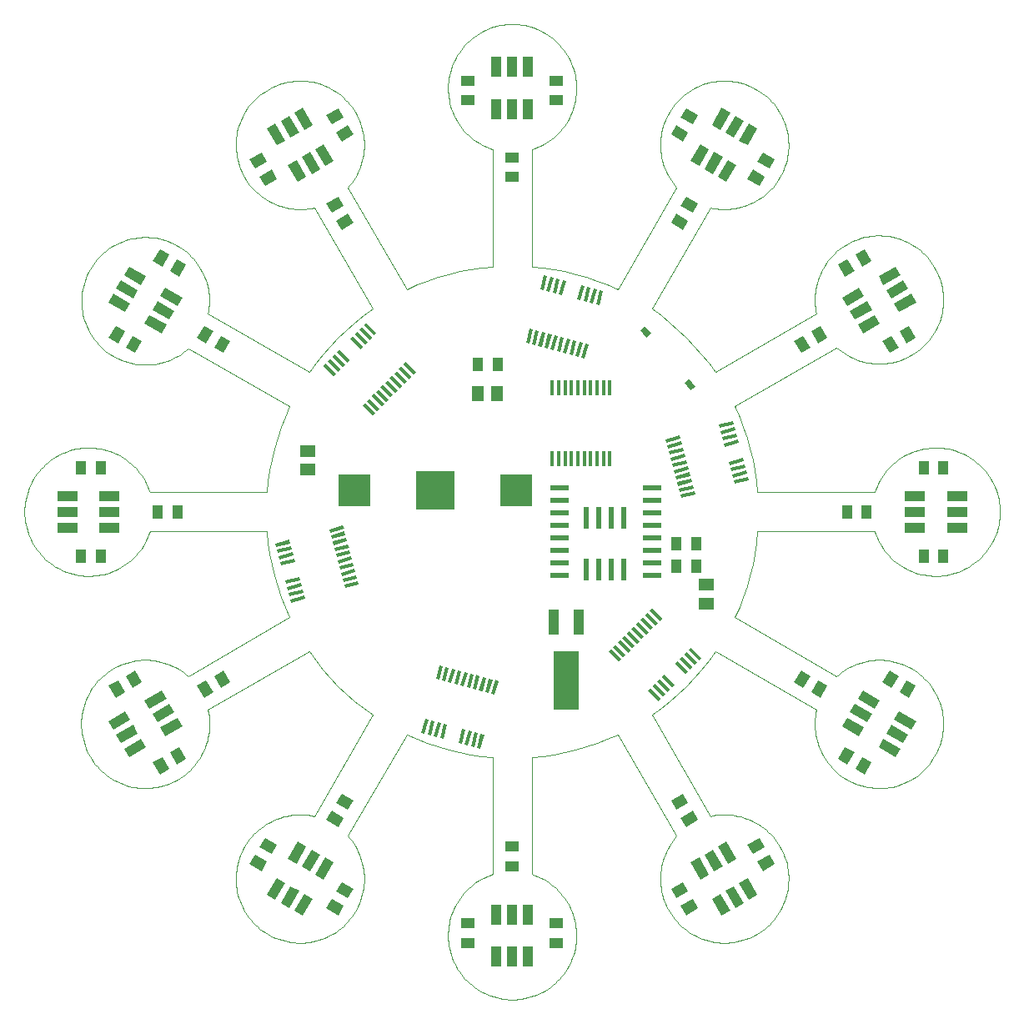
<source format=gbp>
G75*
G70*
%OFA0B0*%
%FSLAX24Y24*%
%IPPOS*%
%LPD*%
%AMOC8*
5,1,8,0,0,1.08239X$1,22.5*
%
%ADD10C,0.0010*%
%ADD11R,0.0394X0.0787*%
%ADD12R,0.0787X0.0394*%
%ADD13R,0.0580X0.0140*%
%ADD14R,0.0551X0.0433*%
%ADD15R,0.0433X0.0551*%
%ADD16R,0.0157X0.0591*%
%ADD17R,0.0240X0.0870*%
%ADD18R,0.0984X0.2362*%
%ADD19R,0.0394X0.0984*%
%ADD20R,0.1535X0.1535*%
%ADD21R,0.1260X0.1260*%
%ADD22R,0.0780X0.0210*%
%ADD23R,0.0591X0.0512*%
%ADD24R,0.0512X0.0591*%
%ADD25R,0.0394X0.0236*%
D10*
X007661Y011913D02*
X007686Y011790D01*
X007705Y011666D01*
X007717Y011541D01*
X007724Y011416D01*
X007724Y011291D01*
X007719Y011166D01*
X007707Y011041D01*
X007689Y010917D01*
X007666Y010794D01*
X007636Y010673D01*
X007600Y010553D01*
X007559Y010434D01*
X007511Y010318D01*
X007458Y010205D01*
X007400Y010094D01*
X007336Y009986D01*
X007268Y009881D01*
X007194Y009780D01*
X007115Y009683D01*
X007032Y009589D01*
X006944Y009500D01*
X006852Y009415D01*
X006755Y009335D01*
X006655Y009259D01*
X006552Y009189D01*
X006445Y009124D01*
X006335Y009064D01*
X006222Y009009D01*
X006107Y008960D01*
X005990Y008917D01*
X005870Y008879D01*
X005749Y008847D01*
X005626Y008822D01*
X005503Y008802D01*
X005378Y008788D01*
X005253Y008781D01*
X005128Y008779D01*
X005003Y008784D01*
X004878Y008795D01*
X004754Y008812D01*
X004630Y008834D01*
X004509Y008863D01*
X004388Y008898D01*
X004270Y008939D01*
X004153Y008985D01*
X004039Y009037D01*
X003928Y009095D01*
X003820Y009158D01*
X003715Y009226D01*
X003613Y009299D01*
X003515Y009377D01*
X003421Y009460D01*
X003331Y009547D01*
X003246Y009639D01*
X003165Y009734D01*
X003088Y009834D01*
X003017Y009937D01*
X002951Y010043D01*
X002890Y010152D01*
X002835Y010265D01*
X002785Y010380D01*
X002741Y010497D01*
X002702Y010616D01*
X002670Y010737D01*
X002643Y010860D01*
X002622Y010983D01*
X002608Y011107D01*
X002599Y011232D01*
X002597Y011358D01*
X002601Y011483D01*
X002611Y011608D01*
X002627Y011732D01*
X002649Y011855D01*
X002677Y011977D01*
X002711Y012098D01*
X002750Y012217D01*
X002796Y012333D01*
X002847Y012448D01*
X002904Y012560D01*
X002966Y012668D01*
X003033Y012774D01*
X003106Y012876D01*
X003183Y012975D01*
X003265Y013069D01*
X003352Y013160D01*
X003443Y013246D01*
X003538Y013328D01*
X003637Y013405D01*
X003739Y013477D01*
X003845Y013544D01*
X003954Y013605D01*
X004066Y013661D01*
X004181Y013712D01*
X004297Y013757D01*
X004416Y013796D01*
X004537Y013830D01*
X004659Y013857D01*
X004783Y013879D01*
X004907Y013894D01*
X005032Y013904D01*
X005157Y013907D01*
X005282Y013904D01*
X005407Y013895D01*
X005532Y013880D01*
X005655Y013859D01*
X005777Y013832D01*
X005898Y013799D01*
X006017Y013760D01*
X006134Y013715D01*
X006249Y013665D01*
X006361Y013609D01*
X006470Y013547D01*
X006576Y013481D01*
X006679Y013409D01*
X006778Y013333D01*
X006874Y013251D01*
X006873Y013251D02*
X010929Y015614D01*
X011716Y014236D02*
X007661Y011913D01*
X011913Y007661D02*
X014236Y011716D01*
X015614Y010929D02*
X013251Y006873D01*
X013251Y006874D02*
X013333Y006778D01*
X013409Y006679D01*
X013481Y006576D01*
X013547Y006470D01*
X013609Y006361D01*
X013665Y006249D01*
X013715Y006134D01*
X013760Y006017D01*
X013799Y005898D01*
X013832Y005777D01*
X013859Y005655D01*
X013880Y005532D01*
X013895Y005407D01*
X013904Y005282D01*
X013907Y005157D01*
X013904Y005032D01*
X013894Y004907D01*
X013879Y004783D01*
X013857Y004659D01*
X013830Y004537D01*
X013796Y004416D01*
X013757Y004297D01*
X013712Y004181D01*
X013661Y004066D01*
X013605Y003954D01*
X013544Y003845D01*
X013477Y003739D01*
X013405Y003637D01*
X013328Y003538D01*
X013246Y003443D01*
X013160Y003352D01*
X013069Y003265D01*
X012975Y003183D01*
X012876Y003106D01*
X012774Y003033D01*
X012668Y002966D01*
X012560Y002904D01*
X012448Y002847D01*
X012333Y002796D01*
X012217Y002750D01*
X012098Y002711D01*
X011977Y002677D01*
X011855Y002649D01*
X011732Y002627D01*
X011608Y002611D01*
X011483Y002601D01*
X011358Y002597D01*
X011232Y002599D01*
X011107Y002608D01*
X010983Y002622D01*
X010860Y002643D01*
X010737Y002670D01*
X010616Y002702D01*
X010497Y002741D01*
X010380Y002785D01*
X010265Y002835D01*
X010152Y002890D01*
X010043Y002951D01*
X009937Y003017D01*
X009834Y003088D01*
X009734Y003165D01*
X009639Y003246D01*
X009547Y003331D01*
X009460Y003421D01*
X009377Y003515D01*
X009299Y003613D01*
X009226Y003715D01*
X009158Y003820D01*
X009095Y003928D01*
X009037Y004039D01*
X008985Y004153D01*
X008939Y004270D01*
X008898Y004388D01*
X008863Y004509D01*
X008834Y004630D01*
X008812Y004754D01*
X008795Y004878D01*
X008784Y005003D01*
X008779Y005128D01*
X008781Y005253D01*
X008788Y005378D01*
X008802Y005503D01*
X008822Y005626D01*
X008847Y005749D01*
X008879Y005870D01*
X008917Y005990D01*
X008960Y006107D01*
X009009Y006222D01*
X009064Y006335D01*
X009124Y006445D01*
X009189Y006552D01*
X009259Y006655D01*
X009335Y006755D01*
X009415Y006852D01*
X009500Y006944D01*
X009589Y007032D01*
X009683Y007115D01*
X009780Y007194D01*
X009881Y007268D01*
X009986Y007336D01*
X010094Y007400D01*
X010205Y007458D01*
X010318Y007511D01*
X010434Y007559D01*
X010553Y007600D01*
X010673Y007636D01*
X010794Y007666D01*
X010917Y007689D01*
X011041Y007707D01*
X011166Y007719D01*
X011291Y007724D01*
X011416Y007724D01*
X011541Y007717D01*
X011666Y007705D01*
X011790Y007686D01*
X011913Y007661D01*
X019039Y005338D02*
X019039Y010023D01*
X020614Y010023D02*
X020614Y005338D01*
X020613Y005338D02*
X020732Y005297D01*
X020848Y005250D01*
X020961Y005197D01*
X021072Y005139D01*
X021180Y005076D01*
X021284Y005007D01*
X021386Y004933D01*
X021483Y004855D01*
X021576Y004772D01*
X021666Y004684D01*
X021751Y004592D01*
X021831Y004497D01*
X021907Y004397D01*
X021977Y004294D01*
X022043Y004187D01*
X022103Y004077D01*
X022158Y003965D01*
X022207Y003850D01*
X022251Y003733D01*
X022289Y003613D01*
X022321Y003492D01*
X022347Y003370D01*
X022367Y003247D01*
X022381Y003122D01*
X022389Y002997D01*
X022391Y002872D01*
X022387Y002747D01*
X022376Y002622D01*
X022360Y002498D01*
X022337Y002375D01*
X022309Y002253D01*
X022275Y002133D01*
X022234Y002015D01*
X022189Y001898D01*
X022137Y001784D01*
X022080Y001673D01*
X022018Y001564D01*
X021950Y001459D01*
X021877Y001357D01*
X021800Y001259D01*
X021718Y001165D01*
X021631Y001075D01*
X021540Y000989D01*
X021445Y000907D01*
X021346Y000831D01*
X021243Y000759D01*
X021137Y000693D01*
X021028Y000631D01*
X020916Y000575D01*
X020802Y000525D01*
X020685Y000480D01*
X020566Y000441D01*
X020445Y000408D01*
X020323Y000381D01*
X020200Y000359D01*
X020076Y000344D01*
X019951Y000335D01*
X019826Y000332D01*
X019701Y000335D01*
X019576Y000344D01*
X019452Y000359D01*
X019329Y000381D01*
X019207Y000408D01*
X019086Y000441D01*
X018967Y000480D01*
X018850Y000525D01*
X018736Y000575D01*
X018624Y000631D01*
X018515Y000693D01*
X018409Y000759D01*
X018306Y000831D01*
X018207Y000907D01*
X018112Y000989D01*
X018021Y001075D01*
X017934Y001165D01*
X017852Y001259D01*
X017775Y001357D01*
X017702Y001459D01*
X017634Y001564D01*
X017572Y001673D01*
X017515Y001784D01*
X017463Y001898D01*
X017418Y002015D01*
X017377Y002133D01*
X017343Y002253D01*
X017315Y002375D01*
X017292Y002498D01*
X017276Y002622D01*
X017265Y002747D01*
X017261Y002872D01*
X017263Y002997D01*
X017271Y003122D01*
X017285Y003247D01*
X017305Y003370D01*
X017331Y003492D01*
X017363Y003613D01*
X017401Y003733D01*
X017445Y003850D01*
X017494Y003965D01*
X017549Y004077D01*
X017609Y004187D01*
X017675Y004294D01*
X017745Y004397D01*
X017821Y004497D01*
X017901Y004592D01*
X017986Y004684D01*
X018076Y004772D01*
X018169Y004855D01*
X018266Y004933D01*
X018368Y005007D01*
X018472Y005076D01*
X018580Y005139D01*
X018691Y005197D01*
X018804Y005250D01*
X018920Y005297D01*
X019039Y005338D01*
X024039Y010929D02*
X026401Y006873D01*
X027740Y007661D02*
X025417Y011716D01*
X027936Y014236D02*
X031991Y011913D01*
X032779Y013251D02*
X028724Y015614D01*
X029629Y019039D02*
X034314Y019039D01*
X034314Y020614D02*
X029629Y020614D01*
X028724Y024039D02*
X032779Y026401D01*
X031991Y027740D02*
X027936Y025417D01*
X025417Y027936D02*
X027740Y031991D01*
X026401Y032779D02*
X024039Y028724D01*
X020614Y029629D02*
X020614Y034314D01*
X019039Y034314D02*
X019039Y029629D01*
X015614Y028724D02*
X013251Y032779D01*
X011913Y031991D02*
X014236Y027936D01*
X011716Y025417D02*
X007661Y027740D01*
X006873Y026362D02*
X010929Y024039D01*
X010023Y020614D02*
X005338Y020614D01*
X005338Y019039D02*
X010023Y019039D01*
X005338Y019039D02*
X005297Y018920D01*
X005250Y018804D01*
X005197Y018691D01*
X005139Y018580D01*
X005076Y018472D01*
X005007Y018368D01*
X004933Y018266D01*
X004855Y018169D01*
X004772Y018076D01*
X004684Y017986D01*
X004592Y017901D01*
X004497Y017821D01*
X004397Y017745D01*
X004294Y017675D01*
X004187Y017609D01*
X004077Y017549D01*
X003965Y017494D01*
X003850Y017445D01*
X003733Y017401D01*
X003613Y017363D01*
X003492Y017331D01*
X003370Y017305D01*
X003247Y017285D01*
X003122Y017271D01*
X002997Y017263D01*
X002872Y017261D01*
X002747Y017265D01*
X002622Y017276D01*
X002498Y017292D01*
X002375Y017315D01*
X002253Y017343D01*
X002133Y017377D01*
X002015Y017418D01*
X001898Y017463D01*
X001784Y017515D01*
X001673Y017572D01*
X001564Y017634D01*
X001459Y017702D01*
X001357Y017775D01*
X001259Y017852D01*
X001165Y017934D01*
X001075Y018021D01*
X000989Y018112D01*
X000907Y018207D01*
X000831Y018306D01*
X000759Y018409D01*
X000693Y018515D01*
X000631Y018624D01*
X000575Y018736D01*
X000525Y018850D01*
X000480Y018967D01*
X000441Y019086D01*
X000408Y019207D01*
X000381Y019329D01*
X000359Y019452D01*
X000344Y019576D01*
X000335Y019701D01*
X000332Y019826D01*
X000335Y019951D01*
X000344Y020076D01*
X000359Y020200D01*
X000381Y020323D01*
X000408Y020445D01*
X000441Y020566D01*
X000480Y020685D01*
X000525Y020802D01*
X000575Y020916D01*
X000631Y021028D01*
X000693Y021137D01*
X000759Y021243D01*
X000831Y021346D01*
X000907Y021445D01*
X000989Y021540D01*
X001075Y021631D01*
X001165Y021718D01*
X001259Y021800D01*
X001357Y021877D01*
X001459Y021950D01*
X001564Y022018D01*
X001673Y022080D01*
X001784Y022137D01*
X001898Y022189D01*
X002015Y022234D01*
X002133Y022275D01*
X002253Y022309D01*
X002375Y022337D01*
X002498Y022360D01*
X002622Y022376D01*
X002747Y022387D01*
X002872Y022391D01*
X002997Y022389D01*
X003122Y022381D01*
X003247Y022367D01*
X003370Y022347D01*
X003492Y022321D01*
X003613Y022289D01*
X003733Y022251D01*
X003850Y022207D01*
X003965Y022158D01*
X004077Y022103D01*
X004187Y022043D01*
X004294Y021977D01*
X004397Y021907D01*
X004497Y021831D01*
X004592Y021751D01*
X004684Y021666D01*
X004772Y021576D01*
X004855Y021483D01*
X004933Y021386D01*
X005007Y021284D01*
X005076Y021180D01*
X005139Y021072D01*
X005197Y020961D01*
X005250Y020848D01*
X005297Y020732D01*
X005338Y020613D01*
X006873Y026362D02*
X006779Y026281D01*
X006681Y026204D01*
X006580Y026133D01*
X006475Y026066D01*
X006366Y026005D01*
X006255Y025949D01*
X006142Y025898D01*
X006026Y025853D01*
X005908Y025814D01*
X005788Y025780D01*
X005667Y025753D01*
X005545Y025731D01*
X005421Y025715D01*
X005298Y025706D01*
X005173Y025702D01*
X005049Y025704D01*
X004925Y025713D01*
X004801Y025727D01*
X004679Y025748D01*
X004557Y025774D01*
X004437Y025807D01*
X004319Y025845D01*
X004203Y025889D01*
X004089Y025938D01*
X003977Y025993D01*
X003869Y026053D01*
X003763Y026119D01*
X003661Y026190D01*
X003562Y026265D01*
X003467Y026345D01*
X003376Y026430D01*
X003289Y026519D01*
X003207Y026612D01*
X003129Y026710D01*
X003057Y026810D01*
X002989Y026914D01*
X002926Y027022D01*
X002869Y027132D01*
X002817Y027245D01*
X002771Y027360D01*
X002730Y027478D01*
X002695Y027597D01*
X002666Y027718D01*
X002643Y027840D01*
X002626Y027963D01*
X002614Y028087D01*
X002609Y028211D01*
X002610Y028336D01*
X002617Y028460D01*
X002630Y028583D01*
X002649Y028706D01*
X002674Y028828D01*
X002705Y028948D01*
X002742Y029067D01*
X002784Y029184D01*
X002833Y029299D01*
X002886Y029411D01*
X002945Y029520D01*
X003010Y029627D01*
X003079Y029730D01*
X003153Y029829D01*
X003232Y029925D01*
X003316Y030017D01*
X003404Y030105D01*
X003496Y030188D01*
X003592Y030267D01*
X003692Y030341D01*
X003796Y030410D01*
X003902Y030474D01*
X004012Y030533D01*
X004124Y030586D01*
X004239Y030634D01*
X004356Y030676D01*
X004475Y030712D01*
X004595Y030743D01*
X004717Y030767D01*
X004840Y030786D01*
X004964Y030798D01*
X005088Y030805D01*
X005212Y030805D01*
X005336Y030800D01*
X005460Y030788D01*
X005583Y030771D01*
X005705Y030747D01*
X005826Y030718D01*
X005945Y030683D01*
X006063Y030641D01*
X006178Y030595D01*
X006291Y030542D01*
X006401Y030485D01*
X006508Y030422D01*
X006612Y030354D01*
X006712Y030280D01*
X006809Y030202D01*
X006902Y030120D01*
X006991Y030033D01*
X007075Y029942D01*
X007155Y029846D01*
X007230Y029747D01*
X007301Y029645D01*
X007366Y029539D01*
X007426Y029430D01*
X007480Y029319D01*
X007529Y029204D01*
X007573Y029088D01*
X007611Y028969D01*
X007643Y028849D01*
X007669Y028728D01*
X007689Y028605D01*
X007703Y028482D01*
X007711Y028357D01*
X007713Y028233D01*
X007709Y028109D01*
X007699Y027985D01*
X007683Y027862D01*
X007661Y027739D01*
X011913Y031991D02*
X011790Y031966D01*
X011666Y031947D01*
X011541Y031935D01*
X011416Y031928D01*
X011291Y031928D01*
X011166Y031933D01*
X011041Y031945D01*
X010917Y031963D01*
X010794Y031986D01*
X010673Y032016D01*
X010553Y032052D01*
X010434Y032093D01*
X010318Y032141D01*
X010205Y032194D01*
X010094Y032252D01*
X009986Y032316D01*
X009881Y032384D01*
X009780Y032458D01*
X009683Y032537D01*
X009589Y032620D01*
X009500Y032708D01*
X009415Y032800D01*
X009335Y032897D01*
X009259Y032997D01*
X009189Y033100D01*
X009124Y033207D01*
X009064Y033317D01*
X009009Y033430D01*
X008960Y033545D01*
X008917Y033662D01*
X008879Y033782D01*
X008847Y033903D01*
X008822Y034026D01*
X008802Y034149D01*
X008788Y034274D01*
X008781Y034399D01*
X008779Y034524D01*
X008784Y034649D01*
X008795Y034774D01*
X008812Y034898D01*
X008834Y035022D01*
X008863Y035143D01*
X008898Y035264D01*
X008939Y035382D01*
X008985Y035499D01*
X009037Y035613D01*
X009095Y035724D01*
X009158Y035832D01*
X009226Y035937D01*
X009299Y036039D01*
X009377Y036137D01*
X009460Y036231D01*
X009547Y036321D01*
X009639Y036406D01*
X009734Y036487D01*
X009834Y036564D01*
X009937Y036635D01*
X010043Y036701D01*
X010152Y036762D01*
X010265Y036817D01*
X010380Y036867D01*
X010497Y036911D01*
X010616Y036950D01*
X010737Y036982D01*
X010860Y037009D01*
X010983Y037030D01*
X011107Y037044D01*
X011232Y037053D01*
X011358Y037055D01*
X011483Y037051D01*
X011608Y037041D01*
X011732Y037025D01*
X011855Y037003D01*
X011977Y036975D01*
X012098Y036941D01*
X012217Y036902D01*
X012333Y036856D01*
X012448Y036805D01*
X012560Y036748D01*
X012668Y036686D01*
X012774Y036619D01*
X012876Y036546D01*
X012975Y036469D01*
X013069Y036387D01*
X013160Y036300D01*
X013246Y036209D01*
X013328Y036114D01*
X013405Y036015D01*
X013477Y035913D01*
X013544Y035807D01*
X013605Y035698D01*
X013661Y035586D01*
X013712Y035471D01*
X013757Y035355D01*
X013796Y035236D01*
X013830Y035115D01*
X013857Y034993D01*
X013879Y034869D01*
X013894Y034745D01*
X013904Y034620D01*
X013907Y034495D01*
X013904Y034370D01*
X013895Y034245D01*
X013880Y034120D01*
X013859Y033997D01*
X013832Y033875D01*
X013799Y033754D01*
X013760Y033635D01*
X013715Y033518D01*
X013665Y033403D01*
X013609Y033291D01*
X013547Y033182D01*
X013481Y033076D01*
X013409Y032973D01*
X013333Y032874D01*
X013251Y032778D01*
X019039Y034314D02*
X018920Y034355D01*
X018804Y034402D01*
X018691Y034455D01*
X018580Y034513D01*
X018472Y034576D01*
X018368Y034645D01*
X018266Y034719D01*
X018169Y034797D01*
X018076Y034880D01*
X017986Y034968D01*
X017901Y035060D01*
X017821Y035155D01*
X017745Y035255D01*
X017675Y035358D01*
X017609Y035465D01*
X017549Y035575D01*
X017494Y035687D01*
X017445Y035802D01*
X017401Y035919D01*
X017363Y036039D01*
X017331Y036160D01*
X017305Y036282D01*
X017285Y036405D01*
X017271Y036530D01*
X017263Y036655D01*
X017261Y036780D01*
X017265Y036905D01*
X017276Y037030D01*
X017292Y037154D01*
X017315Y037277D01*
X017343Y037399D01*
X017377Y037519D01*
X017418Y037637D01*
X017463Y037754D01*
X017515Y037868D01*
X017572Y037979D01*
X017634Y038088D01*
X017702Y038193D01*
X017775Y038295D01*
X017852Y038393D01*
X017934Y038487D01*
X018021Y038577D01*
X018112Y038663D01*
X018207Y038745D01*
X018306Y038821D01*
X018409Y038893D01*
X018515Y038959D01*
X018624Y039021D01*
X018736Y039077D01*
X018850Y039127D01*
X018967Y039172D01*
X019086Y039211D01*
X019207Y039244D01*
X019329Y039271D01*
X019452Y039293D01*
X019576Y039308D01*
X019701Y039317D01*
X019826Y039320D01*
X019951Y039317D01*
X020076Y039308D01*
X020200Y039293D01*
X020323Y039271D01*
X020445Y039244D01*
X020566Y039211D01*
X020685Y039172D01*
X020802Y039127D01*
X020916Y039077D01*
X021028Y039021D01*
X021137Y038959D01*
X021243Y038893D01*
X021346Y038821D01*
X021445Y038745D01*
X021540Y038663D01*
X021631Y038577D01*
X021718Y038487D01*
X021800Y038393D01*
X021877Y038295D01*
X021950Y038193D01*
X022018Y038088D01*
X022080Y037979D01*
X022137Y037868D01*
X022189Y037754D01*
X022234Y037637D01*
X022275Y037519D01*
X022309Y037399D01*
X022337Y037277D01*
X022360Y037154D01*
X022376Y037030D01*
X022387Y036905D01*
X022391Y036780D01*
X022389Y036655D01*
X022381Y036530D01*
X022367Y036405D01*
X022347Y036282D01*
X022321Y036160D01*
X022289Y036039D01*
X022251Y035919D01*
X022207Y035802D01*
X022158Y035687D01*
X022103Y035575D01*
X022043Y035465D01*
X021977Y035358D01*
X021907Y035255D01*
X021831Y035155D01*
X021751Y035060D01*
X021666Y034968D01*
X021576Y034880D01*
X021483Y034797D01*
X021386Y034719D01*
X021284Y034645D01*
X021180Y034576D01*
X021072Y034513D01*
X020961Y034455D01*
X020848Y034402D01*
X020732Y034355D01*
X020613Y034314D01*
X026401Y032778D02*
X026319Y032874D01*
X026243Y032973D01*
X026171Y033076D01*
X026105Y033182D01*
X026043Y033291D01*
X025987Y033403D01*
X025937Y033518D01*
X025892Y033635D01*
X025853Y033754D01*
X025820Y033875D01*
X025793Y033997D01*
X025772Y034120D01*
X025757Y034245D01*
X025748Y034370D01*
X025745Y034495D01*
X025748Y034620D01*
X025758Y034745D01*
X025773Y034869D01*
X025795Y034993D01*
X025822Y035115D01*
X025856Y035236D01*
X025895Y035355D01*
X025940Y035471D01*
X025991Y035586D01*
X026047Y035698D01*
X026108Y035807D01*
X026175Y035913D01*
X026247Y036015D01*
X026324Y036114D01*
X026406Y036209D01*
X026492Y036300D01*
X026583Y036387D01*
X026677Y036469D01*
X026776Y036546D01*
X026878Y036619D01*
X026984Y036686D01*
X027092Y036748D01*
X027204Y036805D01*
X027319Y036856D01*
X027435Y036902D01*
X027554Y036941D01*
X027675Y036975D01*
X027797Y037003D01*
X027920Y037025D01*
X028044Y037041D01*
X028169Y037051D01*
X028294Y037055D01*
X028420Y037053D01*
X028545Y037044D01*
X028669Y037030D01*
X028792Y037009D01*
X028915Y036982D01*
X029036Y036950D01*
X029155Y036911D01*
X029272Y036867D01*
X029387Y036817D01*
X029500Y036762D01*
X029609Y036701D01*
X029715Y036635D01*
X029818Y036564D01*
X029918Y036487D01*
X030013Y036406D01*
X030105Y036321D01*
X030192Y036231D01*
X030275Y036137D01*
X030353Y036039D01*
X030426Y035937D01*
X030494Y035832D01*
X030557Y035724D01*
X030615Y035613D01*
X030667Y035499D01*
X030713Y035382D01*
X030754Y035264D01*
X030789Y035143D01*
X030818Y035022D01*
X030840Y034898D01*
X030857Y034774D01*
X030868Y034649D01*
X030873Y034524D01*
X030871Y034399D01*
X030864Y034274D01*
X030850Y034149D01*
X030830Y034026D01*
X030805Y033903D01*
X030773Y033782D01*
X030735Y033662D01*
X030692Y033545D01*
X030643Y033430D01*
X030588Y033317D01*
X030528Y033207D01*
X030463Y033100D01*
X030393Y032997D01*
X030317Y032897D01*
X030237Y032800D01*
X030152Y032708D01*
X030063Y032620D01*
X029969Y032537D01*
X029872Y032458D01*
X029771Y032384D01*
X029666Y032316D01*
X029558Y032252D01*
X029447Y032194D01*
X029334Y032141D01*
X029218Y032093D01*
X029099Y032052D01*
X028979Y032016D01*
X028858Y031986D01*
X028735Y031963D01*
X028611Y031945D01*
X028486Y031933D01*
X028361Y031928D01*
X028236Y031928D01*
X028111Y031935D01*
X027986Y031947D01*
X027862Y031966D01*
X027739Y031991D01*
X031991Y027739D02*
X031966Y027862D01*
X031947Y027986D01*
X031935Y028111D01*
X031928Y028236D01*
X031928Y028361D01*
X031933Y028486D01*
X031945Y028611D01*
X031963Y028735D01*
X031986Y028858D01*
X032016Y028979D01*
X032052Y029099D01*
X032093Y029218D01*
X032141Y029334D01*
X032194Y029447D01*
X032252Y029558D01*
X032316Y029666D01*
X032384Y029771D01*
X032458Y029872D01*
X032537Y029969D01*
X032620Y030063D01*
X032708Y030152D01*
X032800Y030237D01*
X032897Y030317D01*
X032997Y030393D01*
X033100Y030463D01*
X033207Y030528D01*
X033317Y030588D01*
X033430Y030643D01*
X033545Y030692D01*
X033662Y030735D01*
X033782Y030773D01*
X033903Y030805D01*
X034026Y030830D01*
X034149Y030850D01*
X034274Y030864D01*
X034399Y030871D01*
X034524Y030873D01*
X034649Y030868D01*
X034774Y030857D01*
X034898Y030840D01*
X035022Y030818D01*
X035143Y030789D01*
X035264Y030754D01*
X035382Y030713D01*
X035499Y030667D01*
X035613Y030615D01*
X035724Y030557D01*
X035832Y030494D01*
X035937Y030426D01*
X036039Y030353D01*
X036137Y030275D01*
X036231Y030192D01*
X036321Y030105D01*
X036406Y030013D01*
X036487Y029918D01*
X036564Y029818D01*
X036635Y029715D01*
X036701Y029609D01*
X036762Y029500D01*
X036817Y029387D01*
X036867Y029272D01*
X036911Y029155D01*
X036950Y029036D01*
X036982Y028915D01*
X037009Y028792D01*
X037030Y028669D01*
X037044Y028545D01*
X037053Y028420D01*
X037055Y028294D01*
X037051Y028169D01*
X037041Y028044D01*
X037025Y027920D01*
X037003Y027797D01*
X036975Y027675D01*
X036941Y027554D01*
X036902Y027435D01*
X036856Y027319D01*
X036805Y027204D01*
X036748Y027092D01*
X036686Y026984D01*
X036619Y026878D01*
X036546Y026776D01*
X036469Y026677D01*
X036387Y026583D01*
X036300Y026492D01*
X036209Y026406D01*
X036114Y026324D01*
X036015Y026247D01*
X035913Y026175D01*
X035807Y026108D01*
X035698Y026047D01*
X035586Y025991D01*
X035471Y025940D01*
X035355Y025895D01*
X035236Y025856D01*
X035115Y025822D01*
X034993Y025795D01*
X034869Y025773D01*
X034745Y025758D01*
X034620Y025748D01*
X034495Y025745D01*
X034370Y025748D01*
X034245Y025757D01*
X034120Y025772D01*
X033997Y025793D01*
X033875Y025820D01*
X033754Y025853D01*
X033635Y025892D01*
X033518Y025937D01*
X033403Y025987D01*
X033291Y026043D01*
X033182Y026105D01*
X033076Y026171D01*
X032973Y026243D01*
X032874Y026319D01*
X032778Y026401D01*
X034314Y020613D02*
X034355Y020732D01*
X034402Y020848D01*
X034455Y020961D01*
X034513Y021072D01*
X034576Y021180D01*
X034645Y021284D01*
X034719Y021386D01*
X034797Y021483D01*
X034880Y021576D01*
X034968Y021666D01*
X035060Y021751D01*
X035155Y021831D01*
X035255Y021907D01*
X035358Y021977D01*
X035465Y022043D01*
X035575Y022103D01*
X035687Y022158D01*
X035802Y022207D01*
X035919Y022251D01*
X036039Y022289D01*
X036160Y022321D01*
X036282Y022347D01*
X036405Y022367D01*
X036530Y022381D01*
X036655Y022389D01*
X036780Y022391D01*
X036905Y022387D01*
X037030Y022376D01*
X037154Y022360D01*
X037277Y022337D01*
X037399Y022309D01*
X037519Y022275D01*
X037637Y022234D01*
X037754Y022189D01*
X037868Y022137D01*
X037979Y022080D01*
X038088Y022018D01*
X038193Y021950D01*
X038295Y021877D01*
X038393Y021800D01*
X038487Y021718D01*
X038577Y021631D01*
X038663Y021540D01*
X038745Y021445D01*
X038821Y021346D01*
X038893Y021243D01*
X038959Y021137D01*
X039021Y021028D01*
X039077Y020916D01*
X039127Y020802D01*
X039172Y020685D01*
X039211Y020566D01*
X039244Y020445D01*
X039271Y020323D01*
X039293Y020200D01*
X039308Y020076D01*
X039317Y019951D01*
X039320Y019826D01*
X039317Y019701D01*
X039308Y019576D01*
X039293Y019452D01*
X039271Y019329D01*
X039244Y019207D01*
X039211Y019086D01*
X039172Y018967D01*
X039127Y018850D01*
X039077Y018736D01*
X039021Y018624D01*
X038959Y018515D01*
X038893Y018409D01*
X038821Y018306D01*
X038745Y018207D01*
X038663Y018112D01*
X038577Y018021D01*
X038487Y017934D01*
X038393Y017852D01*
X038295Y017775D01*
X038193Y017702D01*
X038088Y017634D01*
X037979Y017572D01*
X037868Y017515D01*
X037754Y017463D01*
X037637Y017418D01*
X037519Y017377D01*
X037399Y017343D01*
X037277Y017315D01*
X037154Y017292D01*
X037030Y017276D01*
X036905Y017265D01*
X036780Y017261D01*
X036655Y017263D01*
X036530Y017271D01*
X036405Y017285D01*
X036282Y017305D01*
X036160Y017331D01*
X036039Y017363D01*
X035919Y017401D01*
X035802Y017445D01*
X035687Y017494D01*
X035575Y017549D01*
X035465Y017609D01*
X035358Y017675D01*
X035255Y017745D01*
X035155Y017821D01*
X035060Y017901D01*
X034968Y017986D01*
X034880Y018076D01*
X034797Y018169D01*
X034719Y018266D01*
X034645Y018368D01*
X034576Y018472D01*
X034513Y018580D01*
X034455Y018691D01*
X034402Y018804D01*
X034355Y018920D01*
X034314Y019039D01*
X032778Y013251D02*
X032874Y013333D01*
X032973Y013409D01*
X033076Y013481D01*
X033182Y013547D01*
X033291Y013609D01*
X033403Y013665D01*
X033518Y013715D01*
X033635Y013760D01*
X033754Y013799D01*
X033875Y013832D01*
X033997Y013859D01*
X034120Y013880D01*
X034245Y013895D01*
X034370Y013904D01*
X034495Y013907D01*
X034620Y013904D01*
X034745Y013894D01*
X034869Y013879D01*
X034993Y013857D01*
X035115Y013830D01*
X035236Y013796D01*
X035355Y013757D01*
X035471Y013712D01*
X035586Y013661D01*
X035698Y013605D01*
X035807Y013544D01*
X035913Y013477D01*
X036015Y013405D01*
X036114Y013328D01*
X036209Y013246D01*
X036300Y013160D01*
X036387Y013069D01*
X036469Y012975D01*
X036546Y012876D01*
X036619Y012774D01*
X036686Y012668D01*
X036748Y012560D01*
X036805Y012448D01*
X036856Y012333D01*
X036902Y012217D01*
X036941Y012098D01*
X036975Y011977D01*
X037003Y011855D01*
X037025Y011732D01*
X037041Y011608D01*
X037051Y011483D01*
X037055Y011358D01*
X037053Y011232D01*
X037044Y011107D01*
X037030Y010983D01*
X037009Y010860D01*
X036982Y010737D01*
X036950Y010616D01*
X036911Y010497D01*
X036867Y010380D01*
X036817Y010265D01*
X036762Y010152D01*
X036701Y010043D01*
X036635Y009937D01*
X036564Y009834D01*
X036487Y009734D01*
X036406Y009639D01*
X036321Y009547D01*
X036231Y009460D01*
X036137Y009377D01*
X036039Y009299D01*
X035937Y009226D01*
X035832Y009158D01*
X035724Y009095D01*
X035613Y009037D01*
X035499Y008985D01*
X035382Y008939D01*
X035264Y008898D01*
X035143Y008863D01*
X035022Y008834D01*
X034898Y008812D01*
X034774Y008795D01*
X034649Y008784D01*
X034524Y008779D01*
X034399Y008781D01*
X034274Y008788D01*
X034149Y008802D01*
X034026Y008822D01*
X033903Y008847D01*
X033782Y008879D01*
X033662Y008917D01*
X033545Y008960D01*
X033430Y009009D01*
X033317Y009064D01*
X033207Y009124D01*
X033100Y009189D01*
X032997Y009259D01*
X032897Y009335D01*
X032800Y009415D01*
X032708Y009500D01*
X032620Y009589D01*
X032537Y009683D01*
X032458Y009780D01*
X032384Y009881D01*
X032316Y009986D01*
X032252Y010094D01*
X032194Y010205D01*
X032141Y010318D01*
X032093Y010434D01*
X032052Y010553D01*
X032016Y010673D01*
X031986Y010794D01*
X031963Y010917D01*
X031945Y011041D01*
X031933Y011166D01*
X031928Y011291D01*
X031928Y011416D01*
X031935Y011541D01*
X031947Y011666D01*
X031966Y011790D01*
X031991Y011913D01*
X027739Y007661D02*
X027862Y007686D01*
X027986Y007705D01*
X028111Y007717D01*
X028236Y007724D01*
X028361Y007724D01*
X028486Y007719D01*
X028611Y007707D01*
X028735Y007689D01*
X028858Y007666D01*
X028979Y007636D01*
X029099Y007600D01*
X029218Y007559D01*
X029334Y007511D01*
X029447Y007458D01*
X029558Y007400D01*
X029666Y007336D01*
X029771Y007268D01*
X029872Y007194D01*
X029969Y007115D01*
X030063Y007032D01*
X030152Y006944D01*
X030237Y006852D01*
X030317Y006755D01*
X030393Y006655D01*
X030463Y006552D01*
X030528Y006445D01*
X030588Y006335D01*
X030643Y006222D01*
X030692Y006107D01*
X030735Y005990D01*
X030773Y005870D01*
X030805Y005749D01*
X030830Y005626D01*
X030850Y005503D01*
X030864Y005378D01*
X030871Y005253D01*
X030873Y005128D01*
X030868Y005003D01*
X030857Y004878D01*
X030840Y004754D01*
X030818Y004630D01*
X030789Y004509D01*
X030754Y004388D01*
X030713Y004270D01*
X030667Y004153D01*
X030615Y004039D01*
X030557Y003928D01*
X030494Y003820D01*
X030426Y003715D01*
X030353Y003613D01*
X030275Y003515D01*
X030192Y003421D01*
X030105Y003331D01*
X030013Y003246D01*
X029918Y003165D01*
X029818Y003088D01*
X029715Y003017D01*
X029609Y002951D01*
X029500Y002890D01*
X029387Y002835D01*
X029272Y002785D01*
X029155Y002741D01*
X029036Y002702D01*
X028915Y002670D01*
X028792Y002643D01*
X028669Y002622D01*
X028545Y002608D01*
X028420Y002599D01*
X028294Y002597D01*
X028169Y002601D01*
X028044Y002611D01*
X027920Y002627D01*
X027797Y002649D01*
X027675Y002677D01*
X027554Y002711D01*
X027435Y002750D01*
X027319Y002796D01*
X027204Y002847D01*
X027092Y002904D01*
X026984Y002966D01*
X026878Y003033D01*
X026776Y003106D01*
X026677Y003183D01*
X026583Y003265D01*
X026492Y003352D01*
X026406Y003443D01*
X026324Y003538D01*
X026247Y003637D01*
X026175Y003739D01*
X026108Y003845D01*
X026047Y003954D01*
X025991Y004066D01*
X025940Y004181D01*
X025895Y004297D01*
X025856Y004416D01*
X025822Y004537D01*
X025795Y004659D01*
X025773Y004783D01*
X025758Y004907D01*
X025748Y005032D01*
X025745Y005157D01*
X025748Y005282D01*
X025757Y005407D01*
X025772Y005532D01*
X025793Y005655D01*
X025820Y005777D01*
X025853Y005898D01*
X025892Y006017D01*
X025937Y006134D01*
X025987Y006249D01*
X026043Y006361D01*
X026105Y006470D01*
X026171Y006576D01*
X026243Y006679D01*
X026319Y006778D01*
X026401Y006874D01*
X028724Y015613D02*
X028904Y016020D01*
X029066Y016435D01*
X029209Y016857D01*
X029332Y017285D01*
X029436Y017718D01*
X029521Y018155D01*
X029585Y018596D01*
X029630Y019039D01*
X024039Y028724D02*
X023632Y028904D01*
X023217Y029066D01*
X022795Y029209D01*
X022367Y029332D01*
X021934Y029436D01*
X021497Y029521D01*
X021056Y029585D01*
X020613Y029630D01*
X028724Y024039D02*
X028904Y023632D01*
X029066Y023217D01*
X029209Y022795D01*
X029332Y022367D01*
X029436Y021934D01*
X029521Y021497D01*
X029585Y021056D01*
X029630Y020613D01*
X024039Y010928D02*
X023632Y010748D01*
X023217Y010586D01*
X022795Y010443D01*
X022367Y010320D01*
X021934Y010216D01*
X021497Y010131D01*
X021056Y010067D01*
X020613Y010022D01*
X010928Y015613D02*
X010748Y016020D01*
X010586Y016435D01*
X010443Y016857D01*
X010320Y017285D01*
X010216Y017718D01*
X010131Y018155D01*
X010067Y018596D01*
X010022Y019039D01*
X015613Y028724D02*
X016020Y028904D01*
X016435Y029066D01*
X016857Y029209D01*
X017285Y029332D01*
X017718Y029436D01*
X018155Y029521D01*
X018596Y029585D01*
X019039Y029630D01*
X010928Y024039D02*
X010748Y023632D01*
X010586Y023217D01*
X010443Y022795D01*
X010320Y022367D01*
X010216Y021934D01*
X010131Y021497D01*
X010067Y021056D01*
X010022Y020613D01*
X015613Y010928D02*
X016020Y010748D01*
X016435Y010586D01*
X016857Y010443D01*
X017285Y010320D01*
X017718Y010216D01*
X018155Y010131D01*
X018596Y010067D01*
X019039Y010022D01*
X025416Y011716D02*
X025779Y011979D01*
X026130Y012257D01*
X026467Y012552D01*
X026791Y012861D01*
X027100Y013185D01*
X027395Y013522D01*
X027673Y013873D01*
X027936Y014236D01*
X027936Y025416D02*
X027673Y025779D01*
X027395Y026130D01*
X027100Y026467D01*
X026791Y026791D01*
X026467Y027100D01*
X026130Y027395D01*
X025779Y027673D01*
X025416Y027936D01*
X011716Y014236D02*
X011979Y013873D01*
X012257Y013522D01*
X012552Y013185D01*
X012861Y012861D01*
X013185Y012552D01*
X013522Y012257D01*
X013873Y011979D01*
X014236Y011716D01*
X011716Y025416D02*
X011979Y025779D01*
X012257Y026130D01*
X012552Y026467D01*
X012861Y026791D01*
X013185Y027100D01*
X013522Y027395D01*
X013873Y027673D01*
X014236Y027936D01*
D11*
G36*
X011598Y033213D02*
X011256Y033016D01*
X010864Y033695D01*
X011206Y033892D01*
X011598Y033213D01*
G37*
G36*
X012144Y033527D02*
X011802Y033330D01*
X011410Y034009D01*
X011752Y034206D01*
X012144Y033527D01*
G37*
G36*
X012689Y033842D02*
X012347Y033645D01*
X011955Y034324D01*
X012297Y034521D01*
X012689Y033842D01*
G37*
G36*
X011849Y035297D02*
X011507Y035100D01*
X011115Y035779D01*
X011457Y035976D01*
X011849Y035297D01*
G37*
G36*
X011304Y034982D02*
X010962Y034785D01*
X010570Y035464D01*
X010912Y035661D01*
X011304Y034982D01*
G37*
G36*
X010758Y034667D02*
X010416Y034470D01*
X010024Y035149D01*
X010366Y035346D01*
X010758Y034667D01*
G37*
G36*
X006637Y028396D02*
X006440Y028054D01*
X005761Y028446D01*
X005958Y028788D01*
X006637Y028396D01*
G37*
G36*
X006322Y027851D02*
X006125Y027509D01*
X005446Y027901D01*
X005643Y028243D01*
X006322Y027851D01*
G37*
G36*
X006007Y027305D02*
X005810Y026963D01*
X005131Y027355D01*
X005328Y027697D01*
X006007Y027305D01*
G37*
G36*
X004867Y028691D02*
X004670Y028349D01*
X003991Y028741D01*
X004188Y029083D01*
X004867Y028691D01*
G37*
G36*
X005182Y029236D02*
X004985Y028894D01*
X004306Y029286D01*
X004503Y029628D01*
X005182Y029236D01*
G37*
G36*
X004552Y028145D02*
X004355Y027803D01*
X003676Y028195D01*
X003873Y028537D01*
X004552Y028145D01*
G37*
X019196Y035925D03*
X019826Y035925D03*
X020456Y035925D03*
X020456Y037605D03*
X019826Y037605D03*
X019196Y037605D03*
G36*
X027305Y033645D02*
X026963Y033842D01*
X027355Y034521D01*
X027697Y034324D01*
X027305Y033645D01*
G37*
G36*
X027851Y033330D02*
X027509Y033527D01*
X027901Y034206D01*
X028243Y034009D01*
X027851Y033330D01*
G37*
G36*
X028396Y033016D02*
X028054Y033213D01*
X028446Y033892D01*
X028788Y033695D01*
X028396Y033016D01*
G37*
G36*
X029236Y034470D02*
X028894Y034667D01*
X029286Y035346D01*
X029628Y035149D01*
X029236Y034470D01*
G37*
G36*
X028691Y034785D02*
X028349Y034982D01*
X028741Y035661D01*
X029083Y035464D01*
X028691Y034785D01*
G37*
G36*
X028145Y035100D02*
X027803Y035297D01*
X028195Y035976D01*
X028537Y035779D01*
X028145Y035100D01*
G37*
G36*
X033213Y028054D02*
X033016Y028396D01*
X033695Y028788D01*
X033892Y028446D01*
X033213Y028054D01*
G37*
G36*
X033528Y027509D02*
X033331Y027851D01*
X034010Y028243D01*
X034207Y027901D01*
X033528Y027509D01*
G37*
G36*
X033842Y026963D02*
X033645Y027305D01*
X034324Y027697D01*
X034521Y027355D01*
X033842Y026963D01*
G37*
G36*
X035297Y027803D02*
X035100Y028145D01*
X035779Y028537D01*
X035976Y028195D01*
X035297Y027803D01*
G37*
G36*
X034982Y028349D02*
X034785Y028691D01*
X035464Y029083D01*
X035661Y028741D01*
X034982Y028349D01*
G37*
G36*
X034667Y028894D02*
X034470Y029236D01*
X035149Y029628D01*
X035346Y029286D01*
X034667Y028894D01*
G37*
G36*
X033645Y012347D02*
X033842Y012689D01*
X034521Y012297D01*
X034324Y011955D01*
X033645Y012347D01*
G37*
G36*
X033331Y011802D02*
X033528Y012144D01*
X034207Y011752D01*
X034010Y011410D01*
X033331Y011802D01*
G37*
G36*
X033016Y011256D02*
X033213Y011598D01*
X033892Y011206D01*
X033695Y010864D01*
X033016Y011256D01*
G37*
G36*
X034470Y010416D02*
X034667Y010758D01*
X035346Y010366D01*
X035149Y010024D01*
X034470Y010416D01*
G37*
G36*
X034785Y010962D02*
X034982Y011304D01*
X035661Y010912D01*
X035464Y010570D01*
X034785Y010962D01*
G37*
G36*
X035100Y011507D02*
X035297Y011849D01*
X035976Y011457D01*
X035779Y011115D01*
X035100Y011507D01*
G37*
G36*
X028054Y006440D02*
X028396Y006637D01*
X028788Y005958D01*
X028446Y005761D01*
X028054Y006440D01*
G37*
G36*
X027509Y006125D02*
X027851Y006322D01*
X028243Y005643D01*
X027901Y005446D01*
X027509Y006125D01*
G37*
G36*
X026963Y005810D02*
X027305Y006007D01*
X027697Y005328D01*
X027355Y005131D01*
X026963Y005810D01*
G37*
G36*
X027803Y004355D02*
X028145Y004552D01*
X028537Y003873D01*
X028195Y003676D01*
X027803Y004355D01*
G37*
G36*
X028349Y004670D02*
X028691Y004867D01*
X029083Y004188D01*
X028741Y003991D01*
X028349Y004670D01*
G37*
G36*
X028894Y004985D02*
X029236Y005182D01*
X029628Y004503D01*
X029286Y004306D01*
X028894Y004985D01*
G37*
X020456Y003727D03*
X019826Y003727D03*
X019196Y003727D03*
X019196Y002047D03*
X019826Y002047D03*
X020456Y002047D03*
G36*
X012347Y006007D02*
X012689Y005810D01*
X012297Y005131D01*
X011955Y005328D01*
X012347Y006007D01*
G37*
G36*
X011802Y006322D02*
X012144Y006125D01*
X011752Y005446D01*
X011410Y005643D01*
X011802Y006322D01*
G37*
G36*
X011256Y006637D02*
X011598Y006440D01*
X011206Y005761D01*
X010864Y005958D01*
X011256Y006637D01*
G37*
G36*
X010416Y005182D02*
X010758Y004985D01*
X010366Y004306D01*
X010024Y004503D01*
X010416Y005182D01*
G37*
G36*
X010962Y004867D02*
X011304Y004670D01*
X010912Y003991D01*
X010570Y004188D01*
X010962Y004867D01*
G37*
G36*
X011507Y004552D02*
X011849Y004355D01*
X011457Y003676D01*
X011115Y003873D01*
X011507Y004552D01*
G37*
G36*
X006440Y011598D02*
X006637Y011256D01*
X005958Y010864D01*
X005761Y011206D01*
X006440Y011598D01*
G37*
G36*
X006125Y012144D02*
X006322Y011802D01*
X005643Y011410D01*
X005446Y011752D01*
X006125Y012144D01*
G37*
G36*
X005810Y012689D02*
X006007Y012347D01*
X005328Y011955D01*
X005131Y012297D01*
X005810Y012689D01*
G37*
G36*
X004355Y011849D02*
X004552Y011507D01*
X003873Y011115D01*
X003676Y011457D01*
X004355Y011849D01*
G37*
G36*
X004670Y011304D02*
X004867Y010962D01*
X004188Y010570D01*
X003991Y010912D01*
X004670Y011304D01*
G37*
G36*
X004985Y010758D02*
X005182Y010416D01*
X004503Y010024D01*
X004306Y010366D01*
X004985Y010758D01*
G37*
D12*
X003727Y019196D03*
X003727Y019826D03*
X003727Y020456D03*
X002047Y020456D03*
X002047Y019826D03*
X002047Y019196D03*
X035925Y019196D03*
X035925Y019826D03*
X035925Y020456D03*
X037605Y020456D03*
X037605Y019826D03*
X037605Y019196D03*
D13*
G36*
X029290Y021098D02*
X028730Y020949D01*
X028694Y021084D01*
X029254Y021233D01*
X029290Y021098D01*
G37*
G36*
X029225Y021340D02*
X028665Y021191D01*
X028629Y021326D01*
X029189Y021475D01*
X029225Y021340D01*
G37*
G36*
X029158Y021591D02*
X028598Y021442D01*
X028562Y021577D01*
X029122Y021726D01*
X029158Y021591D01*
G37*
G36*
X029091Y021842D02*
X028531Y021693D01*
X028495Y021828D01*
X029055Y021977D01*
X029091Y021842D01*
G37*
G36*
X028894Y022576D02*
X028334Y022427D01*
X028298Y022562D01*
X028858Y022711D01*
X028894Y022576D01*
G37*
G36*
X028827Y022828D02*
X028267Y022679D01*
X028231Y022814D01*
X028791Y022963D01*
X028827Y022828D01*
G37*
G36*
X028759Y023079D02*
X028199Y022930D01*
X028163Y023065D01*
X028723Y023214D01*
X028759Y023079D01*
G37*
G36*
X028695Y023320D02*
X028135Y023171D01*
X028099Y023306D01*
X028659Y023455D01*
X028695Y023320D01*
G37*
G36*
X026882Y021509D02*
X026322Y021360D01*
X026286Y021495D01*
X026846Y021644D01*
X026882Y021509D01*
G37*
G36*
X026946Y021268D02*
X026386Y021119D01*
X026350Y021254D01*
X026910Y021403D01*
X026946Y021268D01*
G37*
G36*
X027014Y021017D02*
X026454Y020868D01*
X026418Y021003D01*
X026978Y021152D01*
X027014Y021017D01*
G37*
G36*
X027081Y020765D02*
X026521Y020616D01*
X026485Y020751D01*
X027045Y020900D01*
X027081Y020765D01*
G37*
G36*
X027145Y020524D02*
X026585Y020375D01*
X026549Y020510D01*
X027109Y020659D01*
X027145Y020524D01*
G37*
G36*
X026814Y021760D02*
X026254Y021611D01*
X026218Y021746D01*
X026778Y021895D01*
X026814Y021760D01*
G37*
G36*
X026749Y022002D02*
X026189Y021853D01*
X026153Y021988D01*
X026713Y022137D01*
X026749Y022002D01*
G37*
G36*
X026682Y022253D02*
X026122Y022104D01*
X026086Y022239D01*
X026646Y022388D01*
X026682Y022253D01*
G37*
G36*
X026615Y022504D02*
X026055Y022355D01*
X026019Y022490D01*
X026579Y022639D01*
X026615Y022504D01*
G37*
G36*
X026550Y022746D02*
X025990Y022597D01*
X025954Y022732D01*
X026514Y022881D01*
X026550Y022746D01*
G37*
G36*
X022881Y026514D02*
X022732Y025954D01*
X022597Y025990D01*
X022746Y026550D01*
X022881Y026514D01*
G37*
G36*
X022639Y026579D02*
X022490Y026019D01*
X022355Y026055D01*
X022504Y026615D01*
X022639Y026579D01*
G37*
G36*
X022388Y026646D02*
X022239Y026086D01*
X022104Y026122D01*
X022253Y026682D01*
X022388Y026646D01*
G37*
G36*
X022137Y026713D02*
X021988Y026153D01*
X021853Y026189D01*
X022002Y026749D01*
X022137Y026713D01*
G37*
G36*
X021895Y026778D02*
X021746Y026218D01*
X021611Y026254D01*
X021760Y026814D01*
X021895Y026778D01*
G37*
G36*
X021644Y026845D02*
X021495Y026285D01*
X021360Y026321D01*
X021509Y026881D01*
X021644Y026845D01*
G37*
G36*
X021403Y026910D02*
X021254Y026350D01*
X021119Y026386D01*
X021268Y026946D01*
X021403Y026910D01*
G37*
G36*
X021152Y026977D02*
X021003Y026417D01*
X020868Y026453D01*
X021017Y027013D01*
X021152Y026977D01*
G37*
G36*
X020900Y027045D02*
X020751Y026485D01*
X020616Y026521D01*
X020765Y027081D01*
X020900Y027045D01*
G37*
G36*
X020659Y027109D02*
X020510Y026549D01*
X020375Y026585D01*
X020524Y027145D01*
X020659Y027109D01*
G37*
G36*
X021475Y029189D02*
X021326Y028629D01*
X021191Y028665D01*
X021340Y029225D01*
X021475Y029189D01*
G37*
G36*
X021726Y029122D02*
X021577Y028562D01*
X021442Y028598D01*
X021591Y029158D01*
X021726Y029122D01*
G37*
G36*
X021977Y029055D02*
X021828Y028495D01*
X021693Y028531D01*
X021842Y029091D01*
X021977Y029055D01*
G37*
G36*
X022711Y028858D02*
X022562Y028298D01*
X022427Y028334D01*
X022576Y028894D01*
X022711Y028858D01*
G37*
G36*
X022963Y028791D02*
X022814Y028231D01*
X022679Y028267D01*
X022828Y028827D01*
X022963Y028791D01*
G37*
G36*
X023214Y028723D02*
X023065Y028163D01*
X022930Y028199D01*
X023079Y028759D01*
X023214Y028723D01*
G37*
G36*
X023455Y028659D02*
X023306Y028099D01*
X023171Y028135D01*
X023320Y028695D01*
X023455Y028659D01*
G37*
G36*
X021234Y029254D02*
X021085Y028694D01*
X020950Y028730D01*
X021099Y029290D01*
X021234Y029254D01*
G37*
G36*
X015562Y025815D02*
X015971Y025406D01*
X015872Y025307D01*
X015463Y025716D01*
X015562Y025815D01*
G37*
G36*
X015385Y025639D02*
X015794Y025230D01*
X015695Y025131D01*
X015286Y025540D01*
X015385Y025639D01*
G37*
G36*
X015202Y025455D02*
X015611Y025046D01*
X015512Y024947D01*
X015103Y025356D01*
X015202Y025455D01*
G37*
G36*
X015018Y025271D02*
X015427Y024862D01*
X015328Y024763D01*
X014919Y025172D01*
X015018Y025271D01*
G37*
G36*
X014841Y025094D02*
X015250Y024685D01*
X015151Y024586D01*
X014742Y024995D01*
X014841Y025094D01*
G37*
G36*
X014657Y024910D02*
X015066Y024501D01*
X014967Y024402D01*
X014558Y024811D01*
X014657Y024910D01*
G37*
G36*
X014480Y024733D02*
X014889Y024324D01*
X014790Y024225D01*
X014381Y024634D01*
X014480Y024733D01*
G37*
G36*
X014297Y024550D02*
X014706Y024141D01*
X014607Y024042D01*
X014198Y024451D01*
X014297Y024550D01*
G37*
G36*
X014113Y024366D02*
X014522Y023957D01*
X014423Y023858D01*
X014014Y024267D01*
X014113Y024366D01*
G37*
G36*
X013936Y024189D02*
X014345Y023780D01*
X014246Y023681D01*
X013837Y024090D01*
X013936Y024189D01*
G37*
G36*
X012366Y025759D02*
X012775Y025350D01*
X012676Y025251D01*
X012267Y025660D01*
X012366Y025759D01*
G37*
G36*
X012543Y025936D02*
X012952Y025527D01*
X012853Y025428D01*
X012444Y025837D01*
X012543Y025936D01*
G37*
G36*
X012727Y026119D02*
X013136Y025710D01*
X013037Y025611D01*
X012628Y026020D01*
X012727Y026119D01*
G37*
G36*
X012911Y026303D02*
X013320Y025894D01*
X013221Y025795D01*
X012812Y026204D01*
X012911Y026303D01*
G37*
G36*
X013448Y026841D02*
X013857Y026432D01*
X013758Y026333D01*
X013349Y026742D01*
X013448Y026841D01*
G37*
G36*
X013632Y027025D02*
X014041Y026616D01*
X013942Y026517D01*
X013533Y026926D01*
X013632Y027025D01*
G37*
G36*
X013816Y027208D02*
X014225Y026799D01*
X014126Y026700D01*
X013717Y027109D01*
X013816Y027208D01*
G37*
G36*
X013992Y027385D02*
X014401Y026976D01*
X014302Y026877D01*
X013893Y027286D01*
X013992Y027385D01*
G37*
G36*
X012507Y019128D02*
X013067Y019277D01*
X013103Y019142D01*
X012543Y018993D01*
X012507Y019128D01*
G37*
G36*
X012572Y018887D02*
X013132Y019036D01*
X013168Y018901D01*
X012608Y018752D01*
X012572Y018887D01*
G37*
G36*
X012639Y018636D02*
X013199Y018785D01*
X013235Y018650D01*
X012675Y018501D01*
X012639Y018636D01*
G37*
G36*
X012706Y018385D02*
X013266Y018534D01*
X013302Y018399D01*
X012742Y018250D01*
X012706Y018385D01*
G37*
G36*
X012771Y018143D02*
X013331Y018292D01*
X013367Y018157D01*
X012807Y018008D01*
X012771Y018143D01*
G37*
G36*
X012838Y017892D02*
X013398Y018041D01*
X013434Y017906D01*
X012874Y017757D01*
X012838Y017892D01*
G37*
G36*
X012903Y017650D02*
X013463Y017799D01*
X013499Y017664D01*
X012939Y017515D01*
X012903Y017650D01*
G37*
G36*
X012970Y017399D02*
X013530Y017548D01*
X013566Y017413D01*
X013006Y017264D01*
X012970Y017399D01*
G37*
G36*
X013037Y017148D02*
X013597Y017297D01*
X013633Y017162D01*
X013073Y017013D01*
X013037Y017148D01*
G37*
G36*
X013102Y016907D02*
X013662Y017056D01*
X013698Y016921D01*
X013138Y016772D01*
X013102Y016907D01*
G37*
G36*
X010958Y016332D02*
X011518Y016481D01*
X011554Y016346D01*
X010994Y016197D01*
X010958Y016332D01*
G37*
G36*
X010893Y016574D02*
X011453Y016723D01*
X011489Y016588D01*
X010929Y016439D01*
X010893Y016574D01*
G37*
G36*
X010826Y016825D02*
X011386Y016974D01*
X011422Y016839D01*
X010862Y016690D01*
X010826Y016825D01*
G37*
G36*
X010758Y017076D02*
X011318Y017225D01*
X011354Y017090D01*
X010794Y016941D01*
X010758Y017076D01*
G37*
G36*
X010562Y017810D02*
X011122Y017959D01*
X011158Y017824D01*
X010598Y017675D01*
X010562Y017810D01*
G37*
G36*
X010494Y018061D02*
X011054Y018210D01*
X011090Y018075D01*
X010530Y017926D01*
X010494Y018061D01*
G37*
G36*
X010427Y018312D02*
X010987Y018461D01*
X011023Y018326D01*
X010463Y018177D01*
X010427Y018312D01*
G37*
G36*
X010362Y018554D02*
X010922Y018703D01*
X010958Y018568D01*
X010398Y018419D01*
X010362Y018554D01*
G37*
G36*
X016772Y013138D02*
X016921Y013698D01*
X017056Y013662D01*
X016907Y013102D01*
X016772Y013138D01*
G37*
G36*
X017013Y013073D02*
X017162Y013633D01*
X017297Y013597D01*
X017148Y013037D01*
X017013Y013073D01*
G37*
G36*
X017264Y013006D02*
X017413Y013566D01*
X017548Y013530D01*
X017399Y012970D01*
X017264Y013006D01*
G37*
G36*
X017516Y012939D02*
X017665Y013499D01*
X017800Y013463D01*
X017651Y012903D01*
X017516Y012939D01*
G37*
G36*
X017757Y012874D02*
X017906Y013434D01*
X018041Y013398D01*
X017892Y012838D01*
X017757Y012874D01*
G37*
G36*
X018008Y012807D02*
X018157Y013367D01*
X018292Y013331D01*
X018143Y012771D01*
X018008Y012807D01*
G37*
G36*
X018250Y012742D02*
X018399Y013302D01*
X018534Y013266D01*
X018385Y012706D01*
X018250Y012742D01*
G37*
G36*
X018501Y012675D02*
X018650Y013235D01*
X018785Y013199D01*
X018636Y012639D01*
X018501Y012675D01*
G37*
G36*
X018752Y012607D02*
X018901Y013167D01*
X019036Y013131D01*
X018887Y012571D01*
X018752Y012607D01*
G37*
G36*
X018993Y012543D02*
X019142Y013103D01*
X019277Y013067D01*
X019128Y012507D01*
X018993Y012543D01*
G37*
G36*
X018177Y010463D02*
X018326Y011023D01*
X018461Y010987D01*
X018312Y010427D01*
X018177Y010463D01*
G37*
G36*
X017926Y010530D02*
X018075Y011090D01*
X018210Y011054D01*
X018061Y010494D01*
X017926Y010530D01*
G37*
G36*
X017675Y010598D02*
X017824Y011158D01*
X017959Y011122D01*
X017810Y010562D01*
X017675Y010598D01*
G37*
G36*
X016941Y010794D02*
X017090Y011354D01*
X017225Y011318D01*
X017076Y010758D01*
X016941Y010794D01*
G37*
G36*
X016690Y010862D02*
X016839Y011422D01*
X016974Y011386D01*
X016825Y010826D01*
X016690Y010862D01*
G37*
G36*
X016439Y010929D02*
X016588Y011489D01*
X016723Y011453D01*
X016574Y010893D01*
X016439Y010929D01*
G37*
G36*
X016197Y010994D02*
X016346Y011554D01*
X016481Y011518D01*
X016332Y010958D01*
X016197Y010994D01*
G37*
G36*
X018419Y010398D02*
X018568Y010958D01*
X018703Y010922D01*
X018554Y010362D01*
X018419Y010398D01*
G37*
G36*
X024090Y013837D02*
X023681Y014246D01*
X023780Y014345D01*
X024189Y013936D01*
X024090Y013837D01*
G37*
G36*
X024267Y014014D02*
X023858Y014423D01*
X023957Y014522D01*
X024366Y014113D01*
X024267Y014014D01*
G37*
G36*
X024451Y014197D02*
X024042Y014606D01*
X024141Y014705D01*
X024550Y014296D01*
X024451Y014197D01*
G37*
G36*
X024635Y014381D02*
X024226Y014790D01*
X024325Y014889D01*
X024734Y014480D01*
X024635Y014381D01*
G37*
G36*
X024811Y014558D02*
X024402Y014967D01*
X024501Y015066D01*
X024910Y014657D01*
X024811Y014558D01*
G37*
G36*
X024995Y014742D02*
X024586Y015151D01*
X024685Y015250D01*
X025094Y014841D01*
X024995Y014742D01*
G37*
G36*
X025172Y014919D02*
X024763Y015328D01*
X024862Y015427D01*
X025271Y015018D01*
X025172Y014919D01*
G37*
G36*
X025356Y015103D02*
X024947Y015512D01*
X025046Y015611D01*
X025455Y015202D01*
X025356Y015103D01*
G37*
G36*
X025540Y015286D02*
X025131Y015695D01*
X025230Y015794D01*
X025639Y015385D01*
X025540Y015286D01*
G37*
G36*
X025716Y015463D02*
X025307Y015872D01*
X025406Y015971D01*
X025815Y015562D01*
X025716Y015463D01*
G37*
G36*
X027109Y013717D02*
X026700Y014126D01*
X026799Y014225D01*
X027208Y013816D01*
X027109Y013717D01*
G37*
G36*
X026926Y013533D02*
X026517Y013942D01*
X026616Y014041D01*
X027025Y013632D01*
X026926Y013533D01*
G37*
G36*
X026742Y013349D02*
X026333Y013758D01*
X026432Y013857D01*
X026841Y013448D01*
X026742Y013349D01*
G37*
G36*
X026204Y012812D02*
X025795Y013221D01*
X025894Y013320D01*
X026303Y012911D01*
X026204Y012812D01*
G37*
G36*
X026020Y012628D02*
X025611Y013037D01*
X025710Y013136D01*
X026119Y012727D01*
X026020Y012628D01*
G37*
G36*
X025837Y012444D02*
X025428Y012853D01*
X025527Y012952D01*
X025936Y012543D01*
X025837Y012444D01*
G37*
G36*
X025660Y012267D02*
X025251Y012676D01*
X025350Y012775D01*
X025759Y012366D01*
X025660Y012267D01*
G37*
G36*
X027286Y013893D02*
X026877Y014302D01*
X026976Y014401D01*
X027385Y013992D01*
X027286Y013893D01*
G37*
D14*
X019826Y006440D03*
X019826Y005653D03*
X018056Y003384D03*
X018056Y002596D03*
X021596Y002596D03*
X021596Y003384D03*
X019826Y033212D03*
X019826Y033999D03*
X018056Y036269D03*
X018056Y037056D03*
X021596Y037056D03*
X021596Y036269D03*
D15*
G36*
X005465Y009809D02*
X005838Y010025D01*
X006113Y009549D01*
X005740Y009333D01*
X005465Y009809D01*
G37*
G36*
X006147Y010202D02*
X006520Y010418D01*
X006795Y009942D01*
X006422Y009726D01*
X006147Y010202D01*
G37*
G36*
X007228Y012870D02*
X007601Y013086D01*
X007876Y012610D01*
X007503Y012394D01*
X007228Y012870D01*
G37*
G36*
X007910Y013263D02*
X008283Y013479D01*
X008558Y013003D01*
X008185Y012787D01*
X007910Y013263D01*
G37*
G36*
X004378Y013267D02*
X004751Y013483D01*
X005026Y013007D01*
X004653Y012791D01*
X004378Y013267D01*
G37*
G36*
X003696Y012873D02*
X004069Y013089D01*
X004344Y012613D01*
X003971Y012397D01*
X003696Y012873D01*
G37*
X003384Y018056D03*
X002596Y018056D03*
X005653Y019826D03*
X006440Y019826D03*
X003384Y021596D03*
X002596Y021596D03*
G36*
X004653Y026861D02*
X005026Y026645D01*
X004751Y026169D01*
X004378Y026385D01*
X004653Y026861D01*
G37*
G36*
X003971Y027255D02*
X004344Y027039D01*
X004069Y026563D01*
X003696Y026779D01*
X003971Y027255D01*
G37*
G36*
X006422Y029926D02*
X006795Y029710D01*
X006520Y029234D01*
X006147Y029450D01*
X006422Y029926D01*
G37*
G36*
X005740Y030320D02*
X006113Y030104D01*
X005838Y029628D01*
X005465Y029844D01*
X005740Y030320D01*
G37*
G36*
X007503Y027259D02*
X007876Y027043D01*
X007601Y026567D01*
X007228Y026783D01*
X007503Y027259D01*
G37*
G36*
X008185Y026865D02*
X008558Y026649D01*
X008283Y026173D01*
X007910Y026389D01*
X008185Y026865D01*
G37*
G36*
X013263Y031743D02*
X013479Y031370D01*
X013003Y031095D01*
X012787Y031468D01*
X013263Y031743D01*
G37*
G36*
X012870Y032425D02*
X013086Y032052D01*
X012610Y031777D01*
X012394Y032150D01*
X012870Y032425D01*
G37*
G36*
X013267Y035275D02*
X013483Y034902D01*
X013007Y034627D01*
X012791Y035000D01*
X013267Y035275D01*
G37*
G36*
X012873Y035956D02*
X013089Y035583D01*
X012613Y035308D01*
X012397Y035681D01*
X012873Y035956D01*
G37*
G36*
X010202Y033505D02*
X010418Y033132D01*
X009942Y032857D01*
X009726Y033230D01*
X010202Y033505D01*
G37*
G36*
X009809Y034187D02*
X010025Y033814D01*
X009549Y033539D01*
X009333Y033912D01*
X009809Y034187D01*
G37*
X018448Y025732D03*
X019236Y025732D03*
G36*
X026865Y031468D02*
X026649Y031095D01*
X026173Y031370D01*
X026389Y031743D01*
X026865Y031468D01*
G37*
G36*
X027259Y032150D02*
X027043Y031777D01*
X026567Y032052D01*
X026783Y032425D01*
X027259Y032150D01*
G37*
G36*
X029926Y033230D02*
X029710Y032857D01*
X029234Y033132D01*
X029450Y033505D01*
X029926Y033230D01*
G37*
G36*
X030320Y033912D02*
X030104Y033539D01*
X029628Y033814D01*
X029844Y034187D01*
X030320Y033912D01*
G37*
G36*
X027255Y035681D02*
X027039Y035308D01*
X026563Y035583D01*
X026779Y035956D01*
X027255Y035681D01*
G37*
G36*
X026861Y035000D02*
X026645Y034627D01*
X026169Y034902D01*
X026385Y035275D01*
X026861Y035000D01*
G37*
G36*
X033505Y029450D02*
X033132Y029234D01*
X032857Y029710D01*
X033230Y029926D01*
X033505Y029450D01*
G37*
G36*
X034187Y029844D02*
X033814Y029628D01*
X033539Y030104D01*
X033912Y030320D01*
X034187Y029844D01*
G37*
G36*
X035956Y026779D02*
X035583Y026563D01*
X035308Y027039D01*
X035681Y027255D01*
X035956Y026779D01*
G37*
G36*
X035275Y026385D02*
X034902Y026169D01*
X034627Y026645D01*
X035000Y026861D01*
X035275Y026385D01*
G37*
G36*
X032425Y026783D02*
X032052Y026567D01*
X031777Y027043D01*
X032150Y027259D01*
X032425Y026783D01*
G37*
G36*
X031743Y026389D02*
X031370Y026173D01*
X031095Y026649D01*
X031468Y026865D01*
X031743Y026389D01*
G37*
X036269Y021596D03*
X037056Y021596D03*
X033999Y019826D03*
X033212Y019826D03*
X036269Y018056D03*
X037056Y018056D03*
G36*
X035000Y012791D02*
X034627Y013007D01*
X034902Y013483D01*
X035275Y013267D01*
X035000Y012791D01*
G37*
G36*
X035681Y012397D02*
X035308Y012613D01*
X035583Y013089D01*
X035956Y012873D01*
X035681Y012397D01*
G37*
G36*
X033230Y009726D02*
X032857Y009942D01*
X033132Y010418D01*
X033505Y010202D01*
X033230Y009726D01*
G37*
G36*
X033912Y009333D02*
X033539Y009549D01*
X033814Y010025D01*
X034187Y009809D01*
X033912Y009333D01*
G37*
G36*
X032150Y012394D02*
X031777Y012610D01*
X032052Y013086D01*
X032425Y012870D01*
X032150Y012394D01*
G37*
G36*
X031468Y012787D02*
X031095Y013003D01*
X031370Y013479D01*
X031743Y013263D01*
X031468Y012787D01*
G37*
X027175Y017661D03*
X026387Y017661D03*
X026387Y018541D03*
X027175Y018541D03*
G36*
X026389Y007910D02*
X026173Y008283D01*
X026649Y008558D01*
X026865Y008185D01*
X026389Y007910D01*
G37*
G36*
X026783Y007228D02*
X026567Y007601D01*
X027043Y007876D01*
X027259Y007503D01*
X026783Y007228D01*
G37*
G36*
X026385Y004378D02*
X026169Y004751D01*
X026645Y005026D01*
X026861Y004653D01*
X026385Y004378D01*
G37*
G36*
X026779Y003696D02*
X026563Y004069D01*
X027039Y004344D01*
X027255Y003971D01*
X026779Y003696D01*
G37*
G36*
X029450Y006147D02*
X029234Y006520D01*
X029710Y006795D01*
X029926Y006422D01*
X029450Y006147D01*
G37*
G36*
X029844Y005465D02*
X029628Y005838D01*
X030104Y006113D01*
X030320Y005740D01*
X029844Y005465D01*
G37*
G36*
X012791Y004653D02*
X013007Y005026D01*
X013483Y004751D01*
X013267Y004378D01*
X012791Y004653D01*
G37*
G36*
X012397Y003971D02*
X012613Y004344D01*
X013089Y004069D01*
X012873Y003696D01*
X012397Y003971D01*
G37*
G36*
X009726Y006422D02*
X009942Y006795D01*
X010418Y006520D01*
X010202Y006147D01*
X009726Y006422D01*
G37*
G36*
X009333Y005740D02*
X009549Y006113D01*
X010025Y005838D01*
X009809Y005465D01*
X009333Y005740D01*
G37*
G36*
X012394Y007503D02*
X012610Y007876D01*
X013086Y007601D01*
X012870Y007228D01*
X012394Y007503D01*
G37*
G36*
X012787Y008185D02*
X013003Y008558D01*
X013479Y008283D01*
X013263Y007910D01*
X012787Y008185D01*
G37*
D16*
X021430Y021942D03*
X021686Y021942D03*
X021942Y021942D03*
X022198Y021942D03*
X022454Y021942D03*
X022710Y021942D03*
X022966Y021942D03*
X023222Y021942D03*
X023478Y021942D03*
X023734Y021942D03*
X023734Y024797D03*
X023478Y024797D03*
X023222Y024797D03*
X022966Y024797D03*
X022710Y024797D03*
X022454Y024797D03*
X022198Y024797D03*
X021942Y024797D03*
X021686Y024797D03*
X021430Y024797D03*
D17*
X022791Y019593D03*
X023291Y019593D03*
X023791Y019593D03*
X024291Y019593D03*
X024291Y017533D03*
X023791Y017533D03*
X023291Y017533D03*
X022791Y017533D03*
D18*
X021987Y013069D03*
D19*
X021487Y015432D03*
X022487Y015432D03*
D20*
X016760Y020681D03*
D21*
X013532Y020681D03*
X019988Y020681D03*
D22*
X021716Y020789D03*
X021716Y020289D03*
X021716Y019789D03*
X021716Y019289D03*
X021716Y018789D03*
X021716Y018289D03*
X021716Y017789D03*
X021716Y017289D03*
X025416Y017289D03*
X025416Y017789D03*
X025416Y018289D03*
X025416Y018789D03*
X025416Y019289D03*
X025416Y019789D03*
X025416Y020289D03*
X025416Y020789D03*
D23*
X027581Y016915D03*
X027581Y016167D03*
X011641Y021517D03*
X011641Y022265D03*
D24*
X018468Y024551D03*
X019216Y024551D03*
D25*
G36*
X025124Y027247D02*
X025377Y026946D01*
X025196Y026795D01*
X024943Y027096D01*
X025124Y027247D01*
G37*
G36*
X026895Y025136D02*
X027148Y024835D01*
X026967Y024684D01*
X026714Y024985D01*
X026895Y025136D01*
G37*
M02*

</source>
